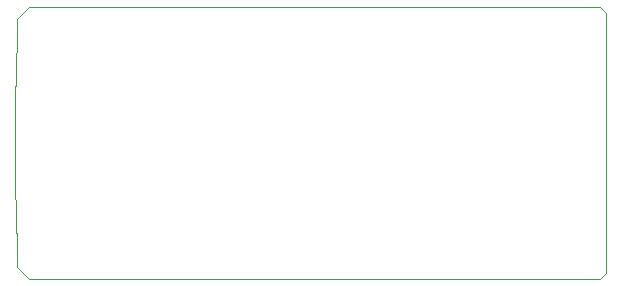
<source format=gbr>
%TF.GenerationSoftware,KiCad,Pcbnew,8.0.3*%
%TF.CreationDate,2024-10-12T12:31:44+02:00*%
%TF.ProjectId,Parkside-100W-Brick,5061726b-7369-4646-952d-313030572d42,rev?*%
%TF.SameCoordinates,Original*%
%TF.FileFunction,Profile,NP*%
%FSLAX46Y46*%
G04 Gerber Fmt 4.6, Leading zero omitted, Abs format (unit mm)*
G04 Created by KiCad (PCBNEW 8.0.3) date 2024-10-12 12:31:44*
%MOMM*%
%LPD*%
G01*
G04 APERTURE LIST*
%TA.AperFunction,Profile*%
%ADD10C,0.100000*%
%TD*%
%ADD11C,0.100000*%
G04 APERTURE END LIST*
D10*
X151175000Y-88500000D02*
X150175000Y-89500000D01*
X151175000Y-88500000D02*
X199500000Y-88500000D01*
D11*
X150175000Y-89500000D02*
X150170240Y-89684587D01*
X150165344Y-89872498D01*
X150160319Y-90063396D01*
X150155175Y-90256943D01*
X150149922Y-90452800D01*
X150144567Y-90650631D01*
X150139122Y-90850096D01*
X150133593Y-91050859D01*
X150127992Y-91252581D01*
X150122326Y-91454925D01*
X150116606Y-91657553D01*
X150110839Y-91860126D01*
X150105036Y-92062308D01*
X150099206Y-92263760D01*
X150093357Y-92464145D01*
X150087500Y-92663125D01*
X150081642Y-92860361D01*
X150075793Y-93055516D01*
X150069963Y-93248252D01*
X150064160Y-93438232D01*
X150058393Y-93625117D01*
X150052673Y-93808570D01*
X150047007Y-93988253D01*
X150041406Y-94163828D01*
X150035877Y-94334957D01*
X150030432Y-94501302D01*
X150025077Y-94662526D01*
X150019824Y-94818291D01*
X150014680Y-94968258D01*
X150009655Y-95112091D01*
X150004759Y-95249450D01*
X150000000Y-95380000D01*
D10*
X150000000Y-95380000D02*
X150000000Y-104620000D01*
X150175000Y-110500000D02*
X151175000Y-111500000D01*
X199500000Y-111500000D02*
X200000000Y-111000000D01*
D11*
X150175000Y-110500000D02*
X150170240Y-110315412D01*
X150165344Y-110127501D01*
X150160319Y-109936603D01*
X150155175Y-109743056D01*
X150149922Y-109547199D01*
X150144567Y-109349368D01*
X150139122Y-109149903D01*
X150133593Y-108949140D01*
X150127992Y-108747418D01*
X150122326Y-108545074D01*
X150116606Y-108342446D01*
X150110839Y-108139873D01*
X150105036Y-107937691D01*
X150099206Y-107736239D01*
X150093357Y-107535854D01*
X150087500Y-107336875D01*
X150081642Y-107139638D01*
X150075793Y-106944483D01*
X150069963Y-106751747D01*
X150064160Y-106561767D01*
X150058393Y-106374882D01*
X150052673Y-106191429D01*
X150047007Y-106011746D01*
X150041406Y-105836171D01*
X150035877Y-105665042D01*
X150030432Y-105498697D01*
X150025077Y-105337473D01*
X150019824Y-105181708D01*
X150014680Y-105031741D01*
X150009655Y-104887908D01*
X150004759Y-104750549D01*
X150000000Y-104620000D01*
D10*
X200000000Y-111000000D02*
X200000000Y-89000000D01*
X200000000Y-89000000D02*
X199500000Y-88500000D01*
X151175000Y-111500000D02*
X199500000Y-111500000D01*
M02*

</source>
